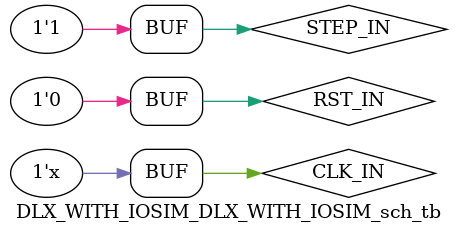
<source format=v>

`timescale 1ns / 1ps

module DLX_WITH_IOSIM_DLX_WITH_IOSIM_sch_tb();

// Inputs
   reg STEP_IN;
   reg RST_IN;
   reg CLK_IN;

// Output
   wire as_N;
   wire wr_N;
   wire ACK_N;
   wire [31:0] DI;
   wire [31:0] MAO;
   wire [31:0] MDO;
   wire jlink;
   wire Itype;
   wire GPR_WE;
   wire test;
   wire add;
   wire right;
   wire shift;
   wire Asel;
   wire MDRsel;
   wire MDRce;
   wire MARce;
   wire Cce;
   wire Bce;
   wire Ace;
   wire PCce;
   wire IRce;
   wire [1:0] S1sel;
   wire [2:0] ALUf;
   wire [4:0] STATE;
   wire [1:0] S2sel;
   wire AEQZ;
   wire MW;
   wire MR;
   wire STOP_N;
   wire [1:0] MAC_STATE;
   wire busy;
   wire IN_INIT;
   wire [1:0] DINTsel;
   wire [31:0] IR_OUT;
   wire [31:0] PC;
   wire MAC_EN;
   wire MAC_RST;
   wire mul_mac;

// Bidirs

// Instantiate the UUT
   DLX_WITH_IOSIM UUT (
		.as_N(as_N), 
		.wr_N(wr_N), 
		.ACK_N(ACK_N), 
		.DI(DI), 
		.MAO(MAO), 
		.MDO(MDO), 
		.STEP_IN(STEP_IN), 
		.RST_IN(RST_IN), 
		.CLK_IN(CLK_IN), 
		.jlink(jlink), 
		.Itype(Itype), 
		.GPR_WE(GPR_WE), 
		.test(test), 
		.add(add), 
		.right(right), 
		.shift(shift), 
		.Asel(Asel), 
		.MDRsel(MDRsel), 
		.MDRce(MDRce), 
		.MARce(MARce), 
		.Cce(Cce), 
		.Bce(Bce), 
		.Ace(Ace), 
		.PCce(PCce), 
		.IRce(IRce), 
		.S1sel(S1sel), 
		.ALUf(ALUf), 
		.STATE(STATE), 
		.S2sel(S2sel), 
		.AEQZ(AEQZ), 
		.MW(MW), 
		.MR(MR), 
		.STOP_N(STOP_N), 
		.MAC_STATE(MAC_STATE), 
		.busy(busy), 
		.IN_INIT(IN_INIT), 
		.DINTsel(DINTsel), 
		.IR_OUT(IR_OUT), 
		.PC(PC), 
		.MAC_EN(MAC_EN), 
		.MAC_RST(MAC_RST), 
		.mul_mac(mul_mac)
   );

	initial
	CLK_IN = 1;
	always #10 CLK_IN = ~CLK_IN;

	initial begin
	STEP_IN = 0;
	RST_IN = 0;
	#41;

	RST_IN = 1;
	#100;
	RST_IN = 0;
	#60;

	//Reset test
	STEP_IN = 1;
	#300;
	STEP_IN = 0;
	#20;
	RST_IN = 1;
	#40;
	RST_IN = 0;
	#40;

	//Start Execution
	STEP_IN = 1;

	end
endmodule



</source>
